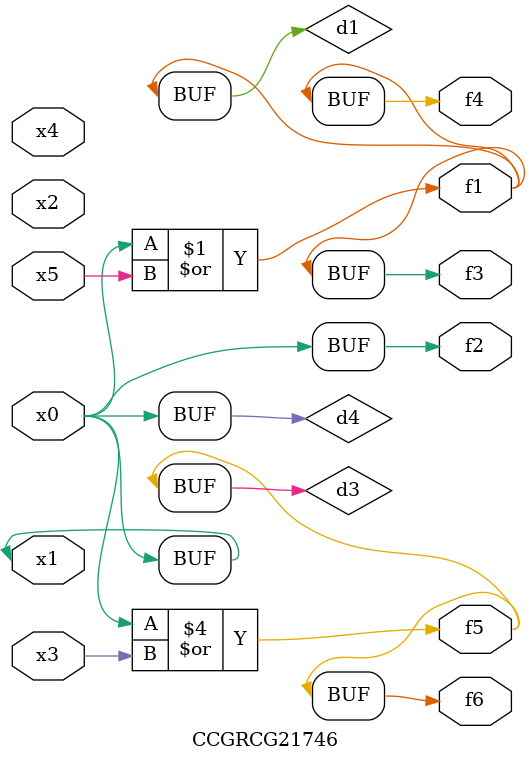
<source format=v>
module CCGRCG21746(
	input x0, x1, x2, x3, x4, x5,
	output f1, f2, f3, f4, f5, f6
);

	wire d1, d2, d3, d4;

	or (d1, x0, x5);
	xnor (d2, x1, x4);
	or (d3, x0, x3);
	buf (d4, x0, x1);
	assign f1 = d1;
	assign f2 = d4;
	assign f3 = d1;
	assign f4 = d1;
	assign f5 = d3;
	assign f6 = d3;
endmodule

</source>
